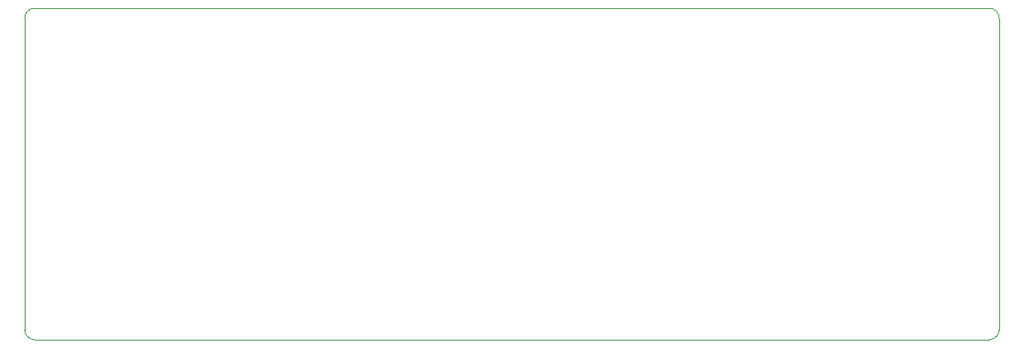
<source format=gm1>
G04 #@! TF.GenerationSoftware,KiCad,Pcbnew,8.0.4*
G04 #@! TF.CreationDate,2024-08-10T20:36:19+03:00*
G04 #@! TF.ProjectId,7clock,37636c6f-636b-42e6-9b69-6361645f7063,rev?*
G04 #@! TF.SameCoordinates,Original*
G04 #@! TF.FileFunction,Profile,NP*
%FSLAX46Y46*%
G04 Gerber Fmt 4.6, Leading zero omitted, Abs format (unit mm)*
G04 Created by KiCad (PCBNEW 8.0.4) date 2024-08-10 20:36:19*
%MOMM*%
%LPD*%
G01*
G04 APERTURE LIST*
G04 #@! TA.AperFunction,Profile*
%ADD10C,0.050000*%
G04 #@! TD*
G04 APERTURE END LIST*
D10*
X107500000Y-61000000D02*
X205500000Y-61000000D01*
X107500000Y-95000000D02*
G75*
G02*
X106500000Y-94000000I0J1000000D01*
G01*
X206500000Y-94000000D02*
G75*
G02*
X205500000Y-95000000I-1000000J0D01*
G01*
X106500000Y-94000000D02*
X106500000Y-62000000D01*
X106500000Y-62000000D02*
G75*
G02*
X107500000Y-61000000I1000000J0D01*
G01*
X205500000Y-95000000D02*
X107500000Y-95000000D01*
X205500000Y-61000000D02*
G75*
G02*
X206500000Y-62000000I0J-1000000D01*
G01*
X206500000Y-62000000D02*
X206500000Y-94000000D01*
M02*

</source>
